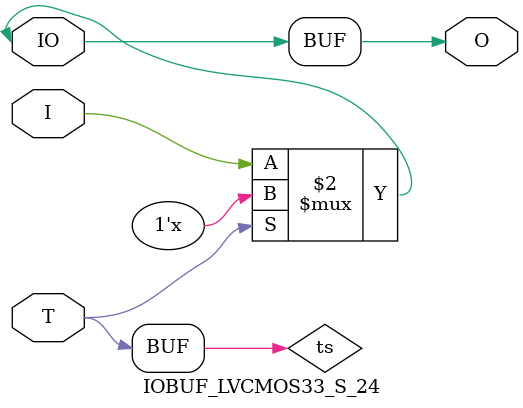
<source format=v>

/*

FUNCTION    : INPUT TRI-STATE OUTPUT BUFFER

*/

`celldefine
`timescale  100 ps / 10 ps

module IOBUF_LVCMOS33_S_24 (O, IO, I, T);

    output O;

    inout  IO;

    input  I, T;

    or O1 (ts, 1'b0, T);
    bufif0 T1 (IO, I, ts);

    buf B1 (O, IO);

endmodule

</source>
